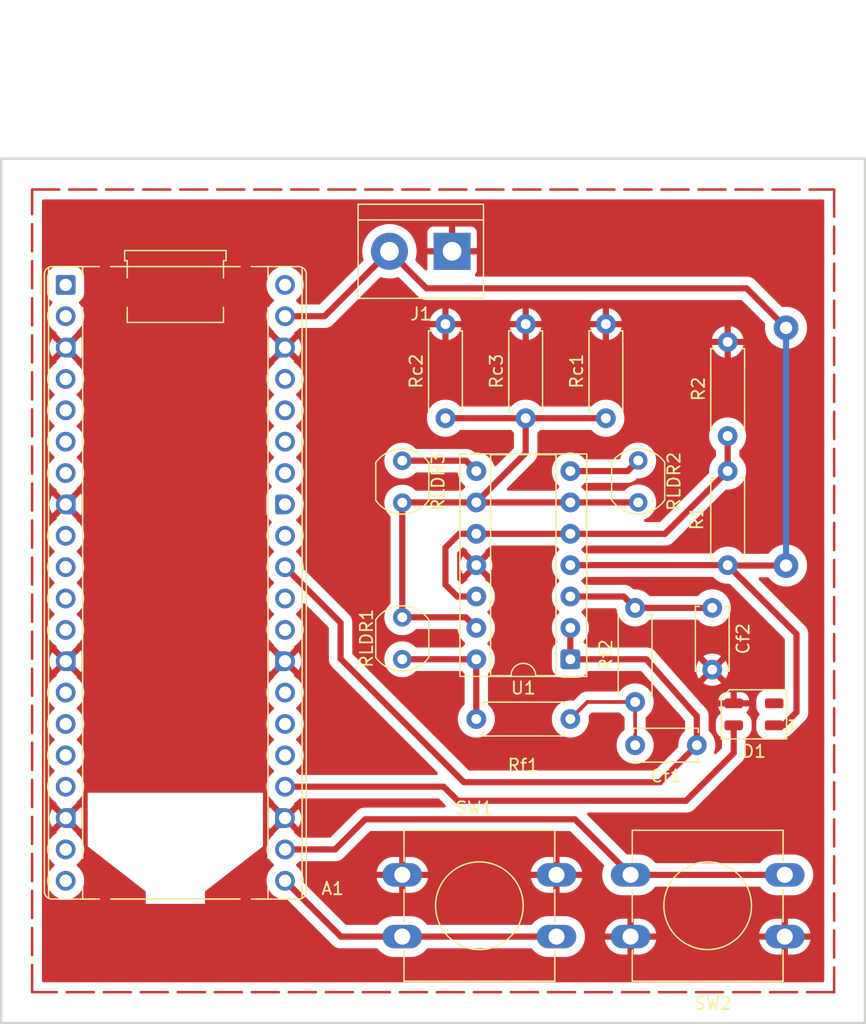
<source format=kicad_pcb>
(kicad_pcb (version 20241229) (generator "pcbnew") (generator_version "9.0")
  (layers (0 "F.Cu" signal) (2 "B.Cu" signal) (13 "F.Paste" user) (15 "B.Paste" user) (5 "F.SilkS" user "F.Silkscreen") (7 "B.SilkS" user "B.Silkscreen") (1 "F.Mask" user) (3 "B.Mask" user) (25 "Edge.Cuts" user))
  (net 0 "")
  (net 7 "GND")
  (net 13 "/Btn2")
  (net 17 "/Btn1")
  (net 24 "/Vled")
  (net 27 "VCC")
  (net 31 "/Vfiltrado")
  (net 35 "Net-(Cf1-Pad2)")
  (net 36 "Net-(U1A-+)")
  (net 38 "/sensores/Vref")
  (net 39 "Net-(U1B--)")
  (net 40 "/Vldr")
  (net 41 "Net-(RLDR2-Pad1)")
  (net 42 "Net-(RLDR3-Pad1)")
  (footprint "Resistor_THT:R_Axial_DIN0207_L6.3mm_D2.5mm_P7.62mm_Horizontal" (layer "F.Cu") (at 123 68.02 90)
    (property "Reference" "Rc3" (at 3.81 -2.37 90) (layer "F.SilkS"))
    (property "Value" "660k")
    (fp_line (start 7.08 -1.37) (end 7.08 -1.04) (stroke (width 0.12)) (layer "F.SilkS"))
    (fp_line (start 0.54 -1.37) (end 7.08 -1.37) (stroke (width 0.12)) (layer "F.SilkS"))
    (fp_line (start 0.54 -1.04) (end 0.54 -1.37) (stroke (width 0.12)) (layer "F.SilkS"))
    (fp_line (start 0.54 1.04) (end 0.54 1.37) (stroke (width 0.12)) (layer "F.SilkS"))
    (fp_line (start 7.08 1.37) (end 7.08 1.04) (stroke (width 0.12)) (layer "F.SilkS"))
    (fp_line (start 0.54 1.37) (end 7.08 1.37) (stroke (width 0.12)) (layer "F.SilkS"))
    (pad "1" thru_hole circle (at 0 0 90) (size 1.6 1.6) (drill 0.8) (layers "*.Cu" "*.Mask") (net 39 "Net-(U1B--)"))
    (pad "2" thru_hole oval (at 7.62 0 90) (size 1.6 1.6) (drill 0.8) (layers "*.Cu" "*.Mask") (net 7 "GND"))
  )
  (footprint "Module:RaspberryPi_Pico_Common_THT" (layer "F.Cu") (at 85.72 57.22)
    (property "Reference" "A1" (at 20.6375 48.895 0) (layer "F.SilkS") (effects (justify left)))
    (property "Value" "RaspberryPi_Pico_W")
    (fp_line (start -2.04 0.8) (end -2.04 -0.8) (stroke (width 0.12)) (layer "F.SilkS"))
    (fp_line (start -1.72 -0.87) (end -1.72 49.13) (stroke (width 0.12)) (layer "F.SilkS"))
    (fp_line (start -1.38 -1.417) (end -1.38 49.677) (stroke (width 0.12)) (layer "F.SilkS"))
    (fp_line (start -1.11 -1.48) (end 1.38 -1.48) (stroke (width 0.12)) (layer "F.SilkS"))
    (fp_line (start -1.11 49.74) (end 2.727939 49.74) (stroke (width 0.12)) (layer "F.SilkS"))
    (fp_line (start 1.38 -1.48) (end 1.38 -0.56648) (stroke (width 0.12)) (layer "F.SilkS"))
    (fp_line (start 1.38 -1.48) (end 2.72794 -1.48) (stroke (width 0.12)) (layer "F.SilkS"))
    (fp_line (start 1.38 1.82648) (end 1.38 46.43352) (stroke (width 0.12)) (layer "F.SilkS"))
    (fp_line (start 1.38 48.82648) (end 1.38 49.74) (stroke (width 0.12)) (layer "F.SilkS"))
    (fp_line (start 3.652061 -1.48) (end 4.655 -1.48) (stroke (width 0.12)) (layer "F.SilkS"))
    (fp_line (start 4.655 -1.48) (end 13.125 -1.48) (stroke (width 0.12)) (layer "F.SilkS"))
    (fp_line (start 4.78 -2.78) (end 4.78 -1.96) (stroke (width 0.12)) (layer "F.SilkS"))
    (fp_line (start 4.78 -2.78) (end 13 -2.78) (stroke (width 0.12)) (layer "F.SilkS"))
    (fp_line (start 4.78 -1.96) (end 4.99 -1.96) (stroke (width 0.12)) (layer "F.SilkS"))
    (fp_line (start 4.99 -1.96) (end 4.99 -0.564) (stroke (width 0.12)) (layer "F.SilkS"))
    (fp_line (start 4.99 1.824) (end 4.99 3.04) (stroke (width 0.12)) (layer "F.SilkS"))
    (fp_line (start 5.29 49.74) (end 3.652061 49.74) (stroke (width 0.12)) (layer "F.SilkS"))
    (fp_line (start 12.49 49.74) (end 5.29 49.74) (stroke (width 0.12)) (layer "F.SilkS"))
    (fp_line (start 12.79 -1.96) (end 12.79 -0.564) (stroke (width 0.12)) (layer "F.SilkS"))
    (fp_line (start 12.79 1.824) (end 12.79 3.04) (stroke (width 0.12)) (layer "F.SilkS"))
    (fp_line (start 12.79 3.04) (end 4.99 3.04) (stroke (width 0.12)) (layer "F.SilkS"))
    (fp_line (start 13 -2.78) (end 13 -1.96) (stroke (width 0.12)) (layer "F.SilkS"))
    (fp_line (start 13 -1.96) (end 12.79 -1.96) (stroke (width 0.12)) (layer "F.SilkS"))
    (fp_line (start 13.125 -1.48) (end 14.127939 -1.48) (stroke (width 0.12)) (layer "F.SilkS"))
    (fp_line (start 14.127939 49.74) (end 12.49 49.74) (stroke (width 0.12)) (layer "F.SilkS"))
    (fp_line (start 15.052061 -1.48) (end 16.4 -1.48) (stroke (width 0.12)) (layer "F.SilkS"))
    (fp_line (start 15.052061 49.74) (end 18.89 49.74) (stroke (width 0.12)) (layer "F.SilkS"))
    (fp_line (start 16.4 -1.48) (end 16.4 -0.56648) (stroke (width 0.12)) (layer "F.SilkS"))
    (fp_line (start 16.4 1.82648) (end 16.4 46.43352) (stroke (width 0.12)) (layer "F.SilkS"))
    (fp_line (start 16.4 48.82648) (end 16.4 49.74) (stroke (width 0.12)) (layer "F.SilkS"))
    (fp_line (start 18.89 -1.48) (end 16.4 -1.48) (stroke (width 0.12)) (layer "F.SilkS"))
    (fp_line (start 19.16 49.677) (end 19.16 -1.417) (stroke (width 0.12)) (layer "F.SilkS"))
    (fp_line (start 19.5 -0.87) (end 19.5 49.13) (stroke (width 0.12)) (layer "F.SilkS"))
    (fp_arc (start -1.72 -0.87) (mid -1.541335 -1.301335) (end -1.11 -1.48) (stroke (width 0.12)) (layer "F.SilkS"))
    (fp_arc (start -1.11 49.74) (mid -1.541364 49.561364) (end -1.72 49.13) (stroke (width 0.12)) (layer "F.SilkS"))
    (fp_arc (start 18.89 -1.48) (mid 19.321335 -1.301335) (end 19.5 -0.87) (stroke (width 0.12)) (layer "F.SilkS"))
    (fp_arc (start 19.5 49.13) (mid 19.321335 49.561335) (end 18.89 49.74) (stroke (width 0.12)) (layer "F.SilkS"))
    (pad "1" thru_hole roundrect (at 0 0) (size 1.6 1.6) (drill 1) (layers "*.Cu" "*.Mask") (roundrect_rratio 0.125))
    (pad "2" thru_hole circle (at 0 2.54) (size 1.6 1.6) (drill 1) (layers "*.Cu" "*.Mask"))
    (pad "3" thru_hole custom (at 0 5.08) (size 1.6 1.6) (drill 1) (layers "*.Cu" "*.Mask") (net 7 "GND") (options (clearance outline) (anchor circle)) (primitives (gr_poly (pts (xy 0.8 0.6) (xy 0.8 -0.6) (xy 0.6 -0.8) (xy 0 -0.8) (xy 0 0.8) (xy 0.6 0.8)) (width 0) (fill yes)) (gr_circle (center 0.6 0.6) (end 0.8 0.6) (width 0) (fill yes)) (gr_circle (center 0.6 -0.6) (end 0.8 -0.6) (width 0) (fill yes))))
    (pad "4" thru_hole circle (at 0 7.62) (size 1.6 1.6) (drill 1) (layers "*.Cu" "*.Mask"))
    (pad "5" thru_hole circle (at 0 10.16) (size 1.6 1.6) (drill 1) (layers "*.Cu" "*.Mask"))
    (pad "6" thru_hole circle (at 0 12.7) (size 1.6 1.6) (drill 1) (layers "*.Cu" "*.Mask"))
    (pad "7" thru_hole circle (at 0 15.24) (size 1.6 1.6) (drill 1) (layers "*.Cu" "*.Mask"))
    (pad "8" thru_hole custom (at 0 17.78) (size 1.6 1.6) (drill 1) (layers "*.Cu" "*.Mask") (net 7 "GND") (options (clearance outline) (anchor circle)) (primitives (gr_poly (pts (xy 0.8 0.6) (xy 0.8 -0.6) (xy 0.6 -0.8) (xy 0 -0.8) (xy 0 0.8) (xy 0.6 0.8)) (width 0) (fill yes)) (gr_circle (center 0.6 0.6) (end 0.8 0.6) (width 0) (fill yes)) (gr_circle (center 0.6 -0.6) (end 0.8 -0.6) (width 0) (fill yes))))
    (pad "9" thru_hole circle (at 0 20.32) (size 1.6 1.6) (drill 1) (layers "*.Cu" "*.Mask"))
    (pad "10" thru_hole circle (at 0 22.86) (size 1.6 1.6) (drill 1) (layers "*.Cu" "*.Mask"))
    (pad "11" thru_hole circle (at 0 25.4) (size 1.6 1.6) (drill 1) (layers "*.Cu" "*.Mask"))
    (pad "12" thru_hole circle (at 0 27.94) (size 1.6 1.6) (drill 1) (layers "*.Cu" "*.Mask"))
    (pad "13" thru_hole custom (at 0 30.48) (size 1.6 1.6) (drill 1) (layers "*.Cu" "*.Mask") (net 7 "GND") (options (clearance outline) (anchor circle)) (primitives (gr_poly (pts (xy 0.8 0.6) (xy 0.8 -0.6) (xy 0.6 -0.8) (xy 0 -0.8) (xy 0 0.8) (xy 0.6 0.8)) (width 0) (fill yes)) (gr_circle (center 0.6 0.6) (end 0.8 0.6) (width 0) (fill yes)) (gr_circle (center 0.6 -0.6) (end 0.8 -0.6) (width 0) (fill yes))))
    (pad "14" thru_hole circle (at 0 33.02) (size 1.6 1.6) (drill 1) (layers "*.Cu" "*.Mask"))
    (pad "15" thru_hole circle (at 0 35.56) (size 1.6 1.6) (drill 1) (layers "*.Cu" "*.Mask"))
    (pad "16" thru_hole circle (at 0 38.1) (size 1.6 1.6) (drill 1) (layers "*.Cu" "*.Mask"))
    (pad "17" thru_hole circle (at 0 40.64) (size 1.6 1.6) (drill 1) (layers "*.Cu" "*.Mask"))
    (pad "18" thru_hole custom (at 0 43.18) (size 1.6 1.6) (drill 1) (layers "*.Cu" "*.Mask") (net 7 "GND") (options (clearance outline) (anchor circle)) (primitives (gr_poly (pts (xy 0.8 0.6) (xy 0.8 -0.6) (xy 0.6 -0.8) (xy 0 -0.8) (xy 0 0.8) (xy 0.6 0.8)) (width 0) (fill yes)) (gr_circle (center 0.6 0.6) (end 0.8 0.6) (width 0) (fill yes)) (gr_circle (center 0.6 -0.6) (end 0.8 -0.6) (width 0) (fill yes))))
    (pad "19" thru_hole circle (at 0 45.72) (size 1.6 1.6) (drill 1) (layers "*.Cu" "*.Mask"))
    (pad "20" thru_hole circle (at 0 48.26) (size 1.6 1.6) (drill 1) (layers "*.Cu" "*.Mask"))
    (pad "21" thru_hole circle (at 17.78 48.26) (size 1.6 1.6) (drill 1) (layers "*.Cu" "*.Mask") (net 17 "/Btn1"))
    (pad "22" thru_hole circle (at 17.78 45.72) (size 1.6 1.6) (drill 1) (layers "*.Cu" "*.Mask") (net 13 "/Btn2"))
    (pad "23" thru_hole custom (at 17.78 43.18) (size 1.6 1.6) (drill 1) (layers "*.Cu" "*.Mask") (net 7 "GND") (options (clearance outline) (anchor circle)) (primitives (gr_poly (pts (xy -0.8 0.6) (xy -0.8 -0.6) (xy -0.6 -0.8) (xy 0 -0.8) (xy 0 0.8) (xy -0.6 0.8)) (width 0) (fill yes)) (gr_circle (center -0.6 0.6) (end -0.4 0.6) (width 0) (fill yes)) (gr_circle (center -0.6 -0.6) (end -0.4 -0.6) (width 0) (fill yes))))
    (pad "24" thru_hole circle (at 17.78 40.64) (size 1.6 1.6) (drill 1) (layers "*.Cu" "*.Mask") (net 24 "/Vled"))
    (pad "25" thru_hole circle (at 17.78 38.1) (size 1.6 1.6) (drill 1) (layers "*.Cu" "*.Mask"))
    (pad "26" thru_hole circle (at 17.78 35.56) (size 1.6 1.6) (drill 1) (layers "*.Cu" "*.Mask"))
    (pad "27" thru_hole circle (at 17.78 33.02) (size 1.6 1.6) (drill 1) (layers "*.Cu" "*.Mask"))
    (pad "28" thru_hole custom (at 17.78 30.48) (size 1.6 1.6) (drill 1) (layers "*.Cu" "*.Mask") (net 7 "GND") (options (clearance outline) (anchor circle)) (primitives (gr_poly (pts (xy -0.8 0.6) (xy -0.8 -0.6) (xy -0.6 -0.8) (xy 0 -0.8) (xy 0 0.8) (xy -0.6 0.8)) (width 0) (fill yes)) (gr_circle (center -0.6 0.6) (end -0.4 0.6) (width 0) (fill yes)) (gr_circle (center -0.6 -0.6) (end -0.4 -0.6) (width 0) (fill yes))))
    (pad "29" thru_hole circle (at 17.78 27.94) (size 1.6 1.6) (drill 1) (layers "*.Cu" "*.Mask"))
    (pad "30" thru_hole circle (at 17.78 25.4) (size 1.6 1.6) (drill 1) (layers "*.Cu" "*.Mask"))
    (pad "31" thru_hole circle (at 17.78 22.86) (size 1.6 1.6) (drill 1) (layers "*.Cu" "*.Mask") (net 31 "/Vfiltrado"))
    (pad "32" thru_hole circle (at 17.78 20.32) (size 1.6 1.6) (drill 1) (layers "*.Cu" "*.Mask"))
    (pad "33" thru_hole custom (at 17.78 17.78) (size 1.6 1.6) (drill 1) (layers "*.Cu" "*.Mask") (options (clearance outline) (anchor circle)) (primitives (gr_poly (pts (xy -0.8 0.6) (xy -0.8 -0.6) (xy -0.6 -0.8) (xy 0 -0.8) (xy 0 0.8) (xy -0.6 0.8)) (width 0) (fill yes)) (gr_circle (center -0.6 0.6) (end -0.4 0.6) (width 0) (fill yes)) (gr_circle (center -0.6 -0.6) (end -0.4 -0.6) (width 0) (fill yes))))
    (pad "34" thru_hole circle (at 17.78 15.24) (size 1.6 1.6) (drill 1) (layers "*.Cu" "*.Mask"))
    (pad "35" thru_hole circle (at 17.78 12.7) (size 1.6 1.6) (drill 1) (layers "*.Cu" "*.Mask"))
    (pad "36" thru_hole circle (at 17.78 10.16) (size 1.6 1.6) (drill 1) (layers "*.Cu" "*.Mask"))
    (pad "37" thru_hole circle (at 17.78 7.62) (size 1.6 1.6) (drill 1) (layers "*.Cu" "*.Mask"))
    (pad "38" thru_hole custom (at 17.78 5.08) (size 1.6 1.6) (drill 1) (layers "*.Cu" "*.Mask") (net 7 "GND") (options (clearance outline) (anchor circle)) (primitives (gr_poly (pts (xy -0.8 0.6) (xy -0.8 -0.6) (xy -0.6 -0.8) (xy 0 -0.8) (xy 0 0.8) (xy -0.6 0.8)) (width 0) (fill yes)) (gr_circle (center -0.6 0.6) (end -0.4 0.6) (width 0) (fill yes)) (gr_circle (center -0.6 -0.6) (end -0.4 -0.6) (width 0) (fill yes))))
    (pad "39" thru_hole circle (at 17.78 2.54) (size 1.6 1.6) (drill 1) (layers "*.Cu" "*.Mask") (net 27 "VCC"))
    (pad "40" thru_hole circle (at 17.78 0) (size 1.6 1.6) (drill 1) (layers "*.Cu" "*.Mask"))
    (zone (net 0) (net_name "") (layers "F.Cu" "B.Cu" "F.Paste" "B.Paste") (name "Antenna Copper Keep Out") (connect_pads (clearance 0)) (min_thickness 0.254)
      (keepout (tracks not_allowed) (vias not_allowed) (pads not_allowed) (copperpour not_allowed) (footprints allowed))
      (fill (thermal_gap 0.508) (thermal_bridge_width 0.508))
      (polygon (pts (xy 92.21 106.339895) (xy 87.51 102.689895) (xy 87.51 98.35) (xy 101.71 98.35) (xy 101.71 102.689895) (xy 97.01 106.339895) (xy 97.01 107.35) (xy 92.21 107.35)))
    )
  )
  (footprint "OptoDevice:R_LDR_5.1x4.3mm_P3.4mm_Vertical" (layer "F.Cu") (at 113 87.54 90)
    (property "Reference" "RLDR1" (at 1.7 -2.9 90) (layer "F.SilkS"))
    (property "Value" "LDR07")
    (fp_line (start 0.15 -2.15) (end 3.2 -2.15) (stroke (width 0.12)) (layer "F.SilkS"))
    (fp_line (start 0.15 2.15) (end 3.2 2.15) (stroke (width 0.12)) (layer "F.SilkS"))
    (fp_arc (start 3.2 -2.15) (mid 4.321403 -0.027338) (end 3.244513 2.118249) (stroke (width 0.12)) (layer "F.SilkS"))
    (fp_arc (start 0.15 2.15) (mid -0.950438 -0.013368) (end 0.171766 -2.165525) (stroke (width 0.12)) (layer "F.SilkS"))
    (pad "1" thru_hole circle (at 0 0 90) (size 1.5 1.5) (drill 0.8) (layers "*.Cu" "*.Mask") (net 40 "/Vldr"))
    (pad "2" thru_hole circle (at 3.4 0 90) (size 1.5 1.5) (drill 0.8) (layers "*.Cu" "*.Mask") (net 39 "Net-(U1B--)"))
  )
  (footprint "Resistor_THT:R_Axial_DIN0207_L6.3mm_D2.5mm_P7.62mm_Horizontal" (layer "F.Cu") (at 116.5 68.02 90)
    (property "Reference" "Rc2" (at 3.81 -2.37 90) (layer "F.SilkS"))
    (property "Value" "660k")
    (fp_line (start 7.08 -1.37) (end 7.08 -1.04) (stroke (width 0.12)) (layer "F.SilkS"))
    (fp_line (start 0.54 -1.37) (end 7.08 -1.37) (stroke (width 0.12)) (layer "F.SilkS"))
    (fp_line (start 0.54 -1.04) (end 0.54 -1.37) (stroke (width 0.12)) (layer "F.SilkS"))
    (fp_line (start 0.54 1.04) (end 0.54 1.37) (stroke (width 0.12)) (layer "F.SilkS"))
    (fp_line (start 7.08 1.37) (end 7.08 1.04) (stroke (width 0.12)) (layer "F.SilkS"))
    (fp_line (start 0.54 1.37) (end 7.08 1.37) (stroke (width 0.12)) (layer "F.SilkS"))
    (pad "1" thru_hole circle (at 0 0 90) (size 1.6 1.6) (drill 0.8) (layers "*.Cu" "*.Mask") (net 39 "Net-(U1B--)"))
    (pad "2" thru_hole oval (at 7.62 0 90) (size 1.6 1.6) (drill 0.8) (layers "*.Cu" "*.Mask") (net 7 "GND"))
  )
  (footprint "Resistor_THT:R_Axial_DIN0207_L6.3mm_D2.5mm_P7.62mm_Horizontal" (layer "F.Cu") (at 131.87 91 90)
    (property "Reference" "Rf2" (at 3.81 -2.37 90) (layer "F.SilkS"))
    (property "Value" "22k")
    (fp_line (start 7.08 -1.37) (end 7.08 -1.04) (stroke (width 0.12)) (layer "F.SilkS"))
    (fp_line (start 0.54 -1.37) (end 7.08 -1.37) (stroke (width 0.12)) (layer "F.SilkS"))
    (fp_line (start 0.54 -1.04) (end 0.54 -1.37) (stroke (width 0.12)) (layer "F.SilkS"))
    (fp_line (start 0.54 1.04) (end 0.54 1.37) (stroke (width 0.12)) (layer "F.SilkS"))
    (fp_line (start 7.08 1.37) (end 7.08 1.04) (stroke (width 0.12)) (layer "F.SilkS"))
    (fp_line (start 0.54 1.37) (end 7.08 1.37) (stroke (width 0.12)) (layer "F.SilkS"))
    (pad "1" thru_hole circle (at 0 0 90) (size 1.6 1.6) (drill 0.8) (layers "*.Cu" "*.Mask") (net 35 "Net-(Cf1-Pad2)"))
    (pad "2" thru_hole oval (at 7.62 0 90) (size 1.6 1.6) (drill 0.8) (layers "*.Cu" "*.Mask") (net 36 "Net-(U1A-+)"))
  )
  (footprint "Resistor_THT:R_Axial_DIN0207_L6.3mm_D2.5mm_P7.62mm_Horizontal" (layer "F.Cu") (at 139.37 69.46 90)
    (property "Reference" "R2" (at 3.81 -2.37 90) (layer "F.SilkS"))
    (property "Value" "680")
    (fp_line (start 7.08 -1.37) (end 7.08 -1.04) (stroke (width 0.12)) (layer "F.SilkS"))
    (fp_line (start 0.54 -1.37) (end 7.08 -1.37) (stroke (width 0.12)) (layer "F.SilkS"))
    (fp_line (start 0.54 -1.04) (end 0.54 -1.37) (stroke (width 0.12)) (layer "F.SilkS"))
    (fp_line (start 0.54 1.04) (end 0.54 1.37) (stroke (width 0.12)) (layer "F.SilkS"))
    (fp_line (start 7.08 1.37) (end 7.08 1.04) (stroke (width 0.12)) (layer "F.SilkS"))
    (fp_line (start 0.54 1.37) (end 7.08 1.37) (stroke (width 0.12)) (layer "F.SilkS"))
    (pad "1" thru_hole circle (at 0 0 90) (size 1.6 1.6) (drill 0.8) (layers "*.Cu" "*.Mask") (net 38 "/sensores/Vref"))
    (pad "2" thru_hole oval (at 7.62 0 90) (size 1.6 1.6) (drill 0.8) (layers "*.Cu" "*.Mask") (net 7 "GND"))
  )
  (footprint "Resistor_THT:R_Axial_DIN0207_L6.3mm_D2.5mm_P7.62mm_Horizontal" (layer "F.Cu") (at 139.37 79.92 90)
    (property "Reference" "R1" (at 3.81 -2.5 90) (layer "F.SilkS"))
    (property "Value" "1k")
    (fp_line (start 7.08 -1.37) (end 7.08 -1.04) (stroke (width 0.12)) (layer "F.SilkS"))
    (fp_line (start 0.54 -1.37) (end 7.08 -1.37) (stroke (width 0.12)) (layer "F.SilkS"))
    (fp_line (start 0.54 -1.04) (end 0.54 -1.37) (stroke (width 0.12)) (layer "F.SilkS"))
    (fp_line (start 0.54 1.04) (end 0.54 1.37) (stroke (width 0.12)) (layer "F.SilkS"))
    (fp_line (start 7.08 1.37) (end 7.08 1.04) (stroke (width 0.12)) (layer "F.SilkS"))
    (fp_line (start 0.54 1.37) (end 7.08 1.37) (stroke (width 0.12)) (layer "F.SilkS"))
    (pad "1" thru_hole circle (at 0 0 90) (size 1.6 1.6) (drill 0.8) (layers "*.Cu" "*.Mask") (net 27 "VCC"))
    (pad "2" thru_hole oval (at 7.62 0 90) (size 1.6 1.6) (drill 0.8) (layers "*.Cu" "*.Mask") (net 38 "/sensores/Vref"))
  )
  (footprint "Capacitor_THT:C_Disc_D5.0mm_W2.5mm_P5.00mm" (layer "F.Cu") (at 138.12 83.38 -90)
    (property "Reference" "Cf2" (at 2.5 -2.5 90) (layer "F.SilkS"))
    (property "Value" "25n")
    (fp_line (start -0.12 1.37) (end 5.12 1.37) (stroke (width 0.12)) (layer "F.SilkS"))
    (fp_line (start -0.12 1.033) (end -0.12 1.37) (stroke (width 0.12)) (layer "F.SilkS"))
    (fp_line (start 5.12 1.033) (end 5.12 1.37) (stroke (width 0.12)) (layer "F.SilkS"))
    (fp_line (start -0.12 -1.37) (end -0.12 -1.033) (stroke (width 0.12)) (layer "F.SilkS"))
    (fp_line (start -0.12 -1.37) (end 5.12 -1.37) (stroke (width 0.12)) (layer "F.SilkS"))
    (fp_line (start 5.12 -1.37) (end 5.12 -1.033) (stroke (width 0.12)) (layer "F.SilkS"))
    (pad "1" thru_hole circle (at 0 0 270) (size 1.6 1.6) (drill 0.8) (layers "*.Cu" "*.Mask") (net 36 "Net-(U1A-+)"))
    (pad "2" thru_hole circle (at 5 0 270) (size 1.6 1.6) (drill 0.8) (layers "*.Cu" "*.Mask") (net 7 "GND"))
  )
  (footprint "Button_Switch_THT:SW_PUSH-12mm" (layer "F.Cu") (at 113 105)
    (property "Reference" "SW1" (at 5.83 -5.41 180) (layer "F.SilkS"))
    (property "Value" "SW_Push")
    (fp_line (start 0.14 -3.61) (end 0.14 -1.1) (stroke (width 0.12)) (layer "F.SilkS"))
    (fp_line (start 0.14 -3.61) (end 12.36 -3.61) (stroke (width 0.12)) (layer "F.SilkS"))
    (fp_line (start 0.14 1.2) (end 0.14 3.8) (stroke (width 0.12)) (layer "F.SilkS"))
    (fp_line (start 0.14 6.1) (end 0.14 8.61) (stroke (width 0.12)) (layer "F.SilkS"))
    (fp_line (start 12.36 -3.61) (end 12.36 -1.1) (stroke (width 0.12)) (layer "F.SilkS"))
    (fp_line (start 12.36 1.2) (end 12.36 3.8) (stroke (width 0.12)) (layer "F.SilkS"))
    (fp_line (start 12.36 6.1) (end 12.36 8.61) (stroke (width 0.12)) (layer "F.SilkS"))
    (fp_line (start 12.36 8.61) (end 0.14 8.61) (stroke (width 0.12)) (layer "F.SilkS"))
    (fp_circle (center 6.25 2.5) (end 9.8 2.5) (stroke (width 0.12)) (fill no) (layer "F.SilkS"))
    (pad "1" thru_hole oval (at 0 0) (size 3.2 1.9) (drill 1.3) (layers "*.Cu" "*.Mask") (net 7 "GND"))
    (pad "1" thru_hole oval (at 12.5 0) (size 3.2 1.9) (drill 1.3) (layers "*.Cu" "*.Mask") (net 7 "GND"))
    (pad "2" thru_hole oval (at 0 5) (size 3.2 1.9) (drill 1.3) (layers "*.Cu" "*.Mask") (net 17 "/Btn1"))
    (pad "2" thru_hole oval (at 12.5 5) (size 3.2 1.9) (drill 1.3) (layers "*.Cu" "*.Mask") (net 17 "/Btn1"))
  )
  (footprint "OptoDevice:R_LDR_5.1x4.3mm_P3.4mm_Vertical" (layer "F.Cu") (at 132.12 71.44 -90)
    (property "Reference" "RLDR2" (at 1.7 -2.9 90) (layer "F.SilkS"))
    (property "Value" "LDR07")
    (fp_line (start 0.15 2.15) (end 3.2 2.15) (stroke (width 0.12)) (layer "F.SilkS"))
    (fp_line (start 0.15 -2.15) (end 3.2 -2.15) (stroke (width 0.12)) (layer "F.SilkS"))
    (fp_arc (start 0.15 2.15) (mid -0.950438 -0.013368) (end 0.171766 -2.165525) (stroke (width 0.12)) (layer "F.SilkS"))
    (fp_arc (start 3.2 -2.15) (mid 4.321403 -0.027338) (end 3.244513 2.118249) (stroke (width 0.12)) (layer "F.SilkS"))
    (pad "1" thru_hole circle (at 0 0 270) (size 1.5 1.5) (drill 0.8) (layers "*.Cu" "*.Mask") (net 41 "Net-(RLDR2-Pad1)"))
    (pad "2" thru_hole circle (at 3.4 0 270) (size 1.5 1.5) (drill 0.8) (layers "*.Cu" "*.Mask") (net 39 "Net-(U1B--)"))
  )
  (footprint "Resistor_THT:R_Axial_DIN0207_L6.3mm_D2.5mm_P7.62mm_Horizontal" (layer "F.Cu") (at 119 92.38)
    (property "Reference" "Rf1" (at 3.81 3.75 0) (layer "F.SilkS"))
    (property "Value" "22k")
    (fp_line (start 0.54 -1.37) (end 7.08 -1.37) (stroke (width 0.12)) (layer "F.SilkS"))
    (fp_line (start 0.54 -1.04) (end 0.54 -1.37) (stroke (width 0.12)) (layer "F.SilkS"))
    (fp_line (start 0.54 1.04) (end 0.54 1.37) (stroke (width 0.12)) (layer "F.SilkS"))
    (fp_line (start 0.54 1.37) (end 7.08 1.37) (stroke (width 0.12)) (layer "F.SilkS"))
    (fp_line (start 7.08 -1.37) (end 7.08 -1.04) (stroke (width 0.12)) (layer "F.SilkS"))
    (fp_line (start 7.08 1.37) (end 7.08 1.04) (stroke (width 0.12)) (layer "F.SilkS"))
    (pad "1" thru_hole circle (at 0 0) (size 1.6 1.6) (drill 0.8) (layers "*.Cu" "*.Mask") (net 40 "/Vldr"))
    (pad "2" thru_hole oval (at 7.62 0) (size 1.6 1.6) (drill 0.8) (layers "*.Cu" "*.Mask") (net 35 "Net-(Cf1-Pad2)"))
  )
  (footprint "LED_SMD:LED_WS2812B-Mini_PLCC4_3.5x3.5mm" (layer "F.Cu") (at 141.5 92 180)
    (property "Reference" "D1" (at 0 -3 0) (layer "F.SilkS"))
    (property "Value" "WS2812B")
    (fp_line (start 2.65 1.3) (end 2.65 -1.99) (stroke (width 0.12)) (layer "F.SilkS"))
    (fp_line (start 2.65 1.3) (end 1.99 1.99) (stroke (width 0.12)) (layer "F.SilkS"))
    (fp_line (start -2.65 1.99) (end 1.99 1.99) (stroke (width 0.12)) (layer "F.SilkS"))
    (fp_line (start -2.65 -1.99) (end 2.65 -1.99) (stroke (width 0.12)) (layer "F.SilkS"))
    (fp_line (start -2.65 -1.99) (end -2.65 1.99) (stroke (width 0.12)) (layer "F.SilkS"))
    (fp_text user "1" (at -3.1 -0.85 180) (layer "F.SilkS") (effects (font (size 0.8 0.8))))
    (pad "1" smd roundrect (at -1.64 -0.89 180) (size 1.5 0.8) (layers "F.Cu" "F.Mask" "F.Paste") (net 27 "VCC"))
    (pad "2" smd roundrect (at -1.64 0.89 180) (size 1.5 0.8) (layers "F.Cu" "F.Mask" "F.Paste"))
    (pad "3" smd roundrect (at 1.64 0.89 180) (size 1.5 0.8) (layers "F.Cu" "F.Mask" "F.Paste") (net 7 "GND"))
    (pad "4" smd roundrect (at 1.64 -0.89 180) (size 1.5 0.8) (layers "F.Cu" "F.Mask" "F.Paste") (net 24 "/Vled"))
  )
  (footprint "Resistor_THT:R_Axial_DIN0207_L6.3mm_D2.5mm_P7.62mm_Horizontal" (layer "F.Cu") (at 129.5 68.02 90)
    (property "Reference" "Rc1" (at 3.81 -2.37 90) (layer "F.SilkS"))
    (property "Value" "660k")
    (fp_line (start 7.08 -1.37) (end 7.08 -1.04) (stroke (width 0.12)) (layer "F.SilkS"))
    (fp_line (start 0.54 -1.37) (end 7.08 -1.37) (stroke (width 0.12)) (layer "F.SilkS"))
    (fp_line (start 0.54 -1.04) (end 0.54 -1.37) (stroke (width 0.12)) (layer "F.SilkS"))
    (fp_line (start 0.54 1.04) (end 0.54 1.37) (stroke (width 0.12)) (layer "F.SilkS"))
    (fp_line (start 7.08 1.37) (end 7.08 1.04) (stroke (width 0.12)) (layer "F.SilkS"))
    (fp_line (start 0.54 1.37) (end 7.08 1.37) (stroke (width 0.12)) (layer "F.SilkS"))
    (pad "1" thru_hole circle (at 0 0 90) (size 1.6 1.6) (drill 0.8) (layers "*.Cu" "*.Mask") (net 39 "Net-(U1B--)"))
    (pad "2" thru_hole oval (at 7.62 0 90) (size 1.6 1.6) (drill 0.8) (layers "*.Cu" "*.Mask") (net 7 "GND"))
  )
  (footprint "OptoDevice:R_LDR_5.1x4.3mm_P3.4mm_Vertical" (layer "F.Cu") (at 113 71.46 -90)
    (property "Reference" "RLDR3" (at 1.7 -2.9 90) (layer "F.SilkS"))
    (property "Value" "LDR07")
    (fp_line (start 0.15 2.15) (end 3.2 2.15) (stroke (width 0.12)) (layer "F.SilkS"))
    (fp_line (start 0.15 -2.15) (end 3.2 -2.15) (stroke (width 0.12)) (layer "F.SilkS"))
    (fp_arc (start 0.15 2.15) (mid -0.950438 -0.013368) (end 0.171766 -2.165525) (stroke (width 0.12)) (layer "F.SilkS"))
    (fp_arc (start 3.2 -2.15) (mid 4.321403 -0.027338) (end 3.244513 2.118249) (stroke (width 0.12)) (layer "F.SilkS"))
    (pad "1" thru_hole circle (at 0 0 270) (size 1.5 1.5) (drill 0.8) (layers "*.Cu" "*.Mask") (net 42 "Net-(RLDR3-Pad1)"))
    (pad "2" thru_hole circle (at 3.4 0 270) (size 1.5 1.5) (drill 0.8) (layers "*.Cu" "*.Mask") (net 39 "Net-(U1B--)"))
  )
  (footprint "Button_Switch_THT:SW_PUSH-12mm" (layer "F.Cu") (at 144 110 180)
    (property "Reference" "SW2" (at 5.83 -5.41 180) (layer "F.SilkS"))
    (property "Value" "SW_Push")
    (fp_line (start 12.36 8.61) (end 0.14 8.61) (stroke (width 0.12)) (layer "F.SilkS"))
    (fp_line (start 12.36 6.1) (end 12.36 8.61) (stroke (width 0.12)) (layer "F.SilkS"))
    (fp_line (start 12.36 1.2) (end 12.36 3.8) (stroke (width 0.12)) (layer "F.SilkS"))
    (fp_line (start 12.36 -3.61) (end 12.36 -1.1) (stroke (width 0.12)) (layer "F.SilkS"))
    (fp_line (start 0.14 6.1) (end 0.14 8.61) (stroke (width 0.12)) (layer "F.SilkS"))
    (fp_line (start 0.14 1.2) (end 0.14 3.8) (stroke (width 0.12)) (layer "F.SilkS"))
    (fp_line (start 0.14 -3.61) (end 12.36 -3.61) (stroke (width 0.12)) (layer "F.SilkS"))
    (fp_line (start 0.14 -3.61) (end 0.14 -1.1) (stroke (width 0.12)) (layer "F.SilkS"))
    (fp_circle (center 6.25 2.5) (end 9.8 2.5) (stroke (width 0.12)) (fill no) (layer "F.SilkS"))
    (pad "1" thru_hole oval (at 0 0 180) (size 3.2 1.9) (drill 1.3) (layers "*.Cu" "*.Mask") (net 7 "GND"))
    (pad "1" thru_hole oval (at 12.5 0 180) (size 3.2 1.9) (drill 1.3) (layers "*.Cu" "*.Mask") (net 7 "GND"))
    (pad "2" thru_hole oval (at 0 5 180) (size 3.2 1.9) (drill 1.3) (layers "*.Cu" "*.Mask") (net 13 "/Btn2"))
    (pad "2" thru_hole oval (at 12.5 5 180) (size 3.2 1.9) (drill 1.3) (layers "*.Cu" "*.Mask") (net 13 "/Btn2"))
  )
  (footprint "TerminalBlock:TerminalBlock_bornier-2_P5.08mm" (layer "F.Cu") (at 117.04 54.5 180)
    (property "Reference" "J1" (at 2.54 -5.08 0) (layer "F.SilkS"))
    (property "Value" "~")
    (fp_line (start 7.62 3.81) (end 7.62 -3.81) (stroke (width 0.12)) (layer "F.SilkS"))
    (fp_line (start 7.62 2.54) (end -2.54 2.54) (stroke (width 0.12)) (layer "F.SilkS"))
    (fp_line (start 7.62 -3.81) (end -2.54 -3.81) (stroke (width 0.12)) (layer "F.SilkS"))
    (fp_line (start -2.54 3.81) (end 7.62 3.81) (stroke (width 0.12)) (layer "F.SilkS"))
    (fp_line (start -2.54 -3.81) (end -2.54 3.81) (stroke (width 0.12)) (layer "F.SilkS"))
    (pad "1" thru_hole rect (at 0 0 180) (size 3 3) (drill 1.52) (layers "*.Cu" "*.Mask") (net 7 "GND"))
    (pad "2" thru_hole circle (at 5.08 0 180) (size 3 3) (drill 1.52) (layers "*.Cu" "*.Mask") (net 27 "VCC"))
  )
  (footprint "Capacitor_THT:C_Disc_D5.0mm_W2.5mm_P5.00mm" (layer "F.Cu") (at 136.87 94.5 180)
    (property "Reference" "Cf1" (at 2.5 -2.5 0) (layer "F.SilkS"))
    (property "Value" "50n")
    (fp_line (start 5.12 1.033) (end 5.12 1.37) (stroke (width 0.12)) (layer "F.SilkS"))
    (fp_line (start 5.12 -1.37) (end 5.12 -1.033) (stroke (width 0.12)) (layer "F.SilkS"))
    (fp_line (start -0.12 1.37) (end 5.12 1.37) (stroke (width 0.12)) (layer "F.SilkS"))
    (fp_line (start -0.12 1.033) (end -0.12 1.37) (stroke (width 0.12)) (layer "F.SilkS"))
    (fp_line (start -0.12 -1.37) (end 5.12 -1.37) (stroke (width 0.12)) (layer "F.SilkS"))
    (fp_line (start -0.12 -1.37) (end -0.12 -1.033) (stroke (width 0.12)) (layer "F.SilkS"))
    (pad "1" thru_hole circle (at 0 0 180) (size 1.6 1.6) (drill 0.8) (layers "*.Cu" "*.Mask") (net 31 "/Vfiltrado"))
    (pad "2" thru_hole circle (at 5 0 180) (size 1.6 1.6) (drill 0.8) (layers "*.Cu" "*.Mask") (net 35 "Net-(Cf1-Pad2)"))
  )
  (footprint "Package_DIP:DIP-14_W7.62mm_Socket" (layer "F.Cu") (at 126.62 87.54 180)
    (property "Reference" "U1" (at 3.81 -2.33 0) (layer "F.SilkS"))
    (property "Value" "LM324")
    (fp_line (start 6.46 16.57) (end 6.46 -1.33) (stroke (width 0.12)) (layer "F.SilkS"))
    (fp_line (start 6.46 -1.33) (end 4.81 -1.33) (stroke (width 0.12)) (layer "F.SilkS"))
    (fp_line (start 2.81 -1.33) (end 1.16 -1.33) (stroke (width 0.12)) (layer "F.SilkS"))
    (fp_line (start 1.16 16.57) (end 6.46 16.57) (stroke (width 0.12)) (layer "F.SilkS"))
    (fp_line (start 1.16 -1.33) (end 1.16 16.57) (stroke (width 0.12)) (layer "F.SilkS"))
    (fp_rect (start -1.33 -1.39) (end 8.95 16.63) (stroke (width 0.12)) (fill no) (layer "F.SilkS"))
    (fp_arc (start 4.81 -1.33) (mid 3.81 -0.33) (end 2.81 -1.33) (stroke (width 0.12)) (layer "F.SilkS"))
    (pad "1" thru_hole roundrect (at 0 0 180) (size 1.6 1.6) (drill 0.8) (layers "*.Cu" "*.Mask") (roundrect_rratio 0.15625) (net 31 "/Vfiltrado"))
    (pad "2" thru_hole circle (at 0 2.54 180) (size 1.6 1.6) (drill 0.8) (layers "*.Cu" "*.Mask") (net 31 "/Vfiltrado"))
    (pad "3" thru_hole circle (at 0 5.08 180) (size 1.6 1.6) (drill 0.8) (layers "*.Cu" "*.Mask") (net 36 "Net-(U1A-+)"))
    (pad "4" thru_hole circle (at 0 7.62 180) (size 1.6 1.6) (drill 0.8) (layers "*.Cu" "*.Mask") (net 27 "VCC"))
    (pad "5" thru_hole circle (at 0 10.16 180) (size 1.6 1.6) (drill 0.8) (layers "*.Cu" "*.Mask") (net 38 "/sensores/Vref"))
    (pad "6" thru_hole circle (at 0 12.7 180) (size 1.6 1.6) (drill 0.8) (layers "*.Cu" "*.Mask") (net 39 "Net-(U1B--)"))
    (pad "7" thru_hole circle (at 0 15.24 180) (size 1.6 1.6) (drill 0.8) (layers "*.Cu" "*.Mask") (net 41 "Net-(RLDR2-Pad1)"))
    (pad "8" thru_hole circle (at 7.62 15.24 180) (size 1.6 1.6) (drill 0.8) (layers "*.Cu" "*.Mask") (net 42 "Net-(RLDR3-Pad1)"))
    (pad "9" thru_hole circle (at 7.62 12.7 180) (size 1.6 1.6) (drill 0.8) (layers "*.Cu" "*.Mask") (net 39 "Net-(U1B--)"))
    (pad "10" thru_hole circle (at 7.62 10.16 180) (size 1.6 1.6) (drill 0.8) (layers "*.Cu" "*.Mask") (net 38 "/sensores/Vref"))
    (pad "11" thru_hole circle (at 7.62 7.62 180) (size 1.6 1.6) (drill 0.8) (layers "*.Cu" "*.Mask") (net 7 "GND"))
    (pad "12" thru_hole circle (at 7.62 5.08 180) (size 1.6 1.6) (drill 0.8) (layers "*.Cu" "*.Mask") (net 38 "/sensores/Vref"))
    (pad "13" thru_hole circle (at 7.62 2.54 180) (size 1.6 1.6) (drill 0.8) (layers "*.Cu" "*.Mask") (net 39 "Net-(U1B--)"))
    (pad "14" thru_hole circle (at 7.62 0 180) (size 1.6 1.6) (drill 0.8) (layers "*.Cu" "*.Mask") (net 40 "/Vldr"))
  )
  (gr_rect (start 83 49.5) (end 148 114.5) (stroke (width 0.2) (type dash)) (fill no) (layer "F.Cu"))
  (gr_rect (start 80.5 47) (end 150.5 117) (stroke (width 0.2)) (fill no) (layer "Edge.Cuts"))
  (segment (start 107.56 102.94) (end 103.5 102.94) (width 0.5) (layer "F.Cu") (net 13))
  (segment (start 110 100.5) (end 107.56 102.94) (width 0.5) (layer "F.Cu") (net 13))
  (segment (start 127 100.5) (end 110 100.5) (width 0.5) (layer "F.Cu") (net 13))
  (segment (start 131.5 105) (end 144 105) (width 0.5) (layer "F.Cu") (net 13))
  (segment (start 127 100.5) (end 131.5 105) (width 0.5) (layer "F.Cu") (net 13))
  (segment (start 125.5 110) (end 113 110) (width 0.5) (layer "F.Cu") (net 17))
  (segment (start 113 110) (end 108.02 110) (width 0.5) (layer "F.Cu") (net 17))
  (segment (start 108.02 110) (end 103.5 105.48) (width 0.5) (layer "F.Cu") (net 17))
  (segment (start 117.5 99) (end 136 99) (width 0.5) (layer "F.Cu") (net 24))
  (segment (start 103.5 97.86) (end 116.36 97.86) (width 0.5) (layer "F.Cu") (net 24))
  (segment (start 116.36 97.86) (end 117.5 99) (width 0.5) (layer "F.Cu") (net 24))
  (segment (start 139.86 95.14) (end 139.86 92.89) (width 0.5) (layer "F.Cu") (net 24))
  (segment (start 136 99) (end 139.86 95.14) (width 0.5) (layer "F.Cu") (net 24))
  (segment (start 144.95 85.5) (end 144.95 91.83) (width 0.5) (layer "F.Cu") (net 27))
  (segment (start 144.95 91.83) (end 143.89 92.89) (width 0.5) (layer "F.Cu") (net 27))
  (segment (start 139.37 79.92) (end 126.62 79.92) (width 0.5) (layer "F.Cu") (net 27))
  (segment (start 144.1 79.95) (end 139.4 79.95) (width 0.5) (layer "F.Cu") (net 27))
  (segment (start 103.5 59.76) (end 106.7 59.76) (width 0.5) (layer "F.Cu") (net 27))
  (segment (start 114.96 57.5) (end 140.9 57.5) (width 0.5) (layer "F.Cu") (net 27))
  (segment (start 111.96 54.5) (end 114.96 57.5) (width 0.5) (layer "F.Cu") (net 27))
  (segment (start 143.89 92.89) (end 143.14 92.89) (width 0.5) (layer "F.Cu") (net 27))
  (segment (start 106.7 59.76) (end 111.96 54.5) (width 0.5) (layer "F.Cu") (net 27))
  (segment (start 139.4 79.95) (end 139.37 79.92) (width 0.5) (layer "F.Cu") (net 27))
  (segment (start 144.95 85.5) (end 139.37 79.92) (width 0.5) (layer "F.Cu") (net 27))
  (segment (start 140.9 57.5) (end 144.1 60.7) (width 0.5) (layer "F.Cu") (net 27))
  (via (at 144.1 60.7) (size 2) (drill 1) (layers "F.Cu" "B.Cu") (net 27))
  (via (at 144.1 79.95) (size 2) (drill 1) (layers "F.Cu" "B.Cu") (net 27))
  (segment (start 144.1 79.95) (end 144.1 60.7) (width 0.5) (layer "B.Cu") (net 27))
  (segment (start 144.07 79.92) (end 144.1 79.95) (width 0.5) (layer "B.Cu") (net 27))
  (segment (start 108 84.58) (end 108 87.5) (width 0.5) (layer "F.Cu") (net 31))
  (segment (start 132.78 87.54) (end 136.62 91.88) (width 0.5) (layer "F.Cu") (net 31))
  (segment (start 118 97.5) (end 108 87.5) (width 0.5) (layer "F.Cu") (net 31))
  (segment (start 136.87 94.5) (end 133.87 97.5) (width 0.5) (layer "F.Cu") (net 31))
  (segment (start 126.62 87.54) (end 126.62 85) (width 0.5) (layer "F.Cu") (net 31))
  (segment (start 103.5 80.08) (end 108 84.58) (width 0.5) (layer "F.Cu") (net 31))
  (segment (start 136.87 92.13) (end 136.87 94.5) (width 0.5) (layer "F.Cu") (net 31))
  (segment (start 133.87 97.5) (end 118 97.5) (width 0.5) (layer "F.Cu") (net 31))
  (segment (start 126.62 87.54) (end 132.78 87.54) (width 0.5) (layer "F.Cu") (net 31))
  (segment (start 136.62 91.88) (end 136.87 92.13) (width 0.5) (layer "F.Cu") (net 31))
  (segment (start 128 91) (end 126.62 92.38) (width 0.3) (layer "F.Cu") (net 35))
  (segment (start 131.87 91) (end 128 91) (width 0.3) (layer "F.Cu") (net 35))
  (segment (start 131.87 91) (end 131.87 94.5) (width 0.3) (layer "F.Cu") (net 35))
  (segment (start 131.87 83.38) (end 138.12 83.38) (width 0.5) (layer "F.Cu") (net 36))
  (segment (start 130.95 82.46) (end 131.87 83.38) (width 0.5) (layer "F.Cu") (net 36))
  (segment (start 126.62 82.46) (end 130.95 82.46) (width 0.5) (layer "F.Cu") (net 36))
  (segment (start 139.37 72.3) (end 134.29 77.38) (width 0.5) (layer "F.Cu") (net 38))
  (segment (start 117.46 82.46) (end 116.5 81.5) (width 0.5) (layer "F.Cu") (net 38))
  (segment (start 117.62 77.38) (end 119 77.38) (width 0.5) (layer "F.Cu") (net 38))
  (segment (start 139.45 72.38) (end 139.37 72.3) (width 0.5) (layer "F.Cu") (net 38))
  (segment (start 126.62 77.38) (end 119 77.38) (width 0.5) (layer "F.Cu") (net 38))
  (segment (start 116.5 78.5) (end 117.62 77.38) (width 0.5) (layer "F.Cu") (net 38))
  (segment (start 116.5 81.5) (end 116.5 78.5) (width 0.5) (layer "F.Cu") (net 38))
  (segment (start 139.37 69.46) (end 139.37 72.3) (width 0.5) (layer "F.Cu") (net 38))
  (segment (start 134.29 77.38) (end 126.62 77.38) (width 0.5) (layer "F.Cu") (net 38))
  (segment (start 119 82.46) (end 117.46 82.46) (width 0.5) (layer "F.Cu") (net 38))
  (segment (start 113 84.14) (end 118.14 84.14) (width 0.5) (layer "F.Cu") (net 39))
  (segment (start 126.62 74.84) (end 132.12 74.84) (width 0.5) (layer "F.Cu") (net 39))
  (segment (start 123 68.02) (end 129.5 68.02) (width 0.5) (layer "F.Cu") (net 39))
  (segment (start 119 74.84) (end 123 70.84) (width 0.5) (layer "F.Cu") (net 39))
  (segment (start 119 74.84) (end 126.62 74.84) (width 0.5) (layer "F.Cu") (net 39))
  (segment (start 123 68.02) (end 123 70.84) (width 0.5) (layer "F.Cu") (net 39))
  (segment (start 116.5 68.02) (end 123 68.02) (width 0.5) (layer "F.Cu") (net 39))
  (segment (start 113 84.14) (end 113 74.86) (width 0.5) (layer "F.Cu") (net 39))
  (segment (start 119 74.84) (end 113.02 74.84) (width 0.5) (layer "F.Cu") (net 39))
  (segment (start 118.14 84.14) (end 119 85) (width 0.5) (layer "F.Cu") (net 39))
  (segment (start 119 87.54) (end 112.62 87.54) (width 0.5) (layer "F.Cu") (net 40))
  (segment (start 119 87.54) (end 119 92.38) (width 0.5) (layer "F.Cu") (net 40))
  (segment (start 131.26 72.3) (end 132.12 71.44) (width 0.5) (layer "F.Cu") (net 41))
  (segment (start 126.62 72.3) (end 131.26 72.3) (width 0.5) (layer "F.Cu") (net 41))
  (segment (start 113 71.46) (end 118.16 71.46) (width 0.5) (layer "F.Cu") (net 42))
  (segment (start 118.16 71.46) (end 119 72.3) (width 0.5) (layer "F.Cu") (net 42))
  (zone (net 7) (net_name "GND") (layer "F.Cu") (connect_pads (clearance 0.7)) (min_thickness 0.25) (fill yes (thermal_gap 0.5) (thermal_bridge_width 0.5))
    (polygon (pts (xy 83 49.5) (xy 148 49.5) (xy 148 114.5) (xy 83 114.5)))
  )
)
</source>
